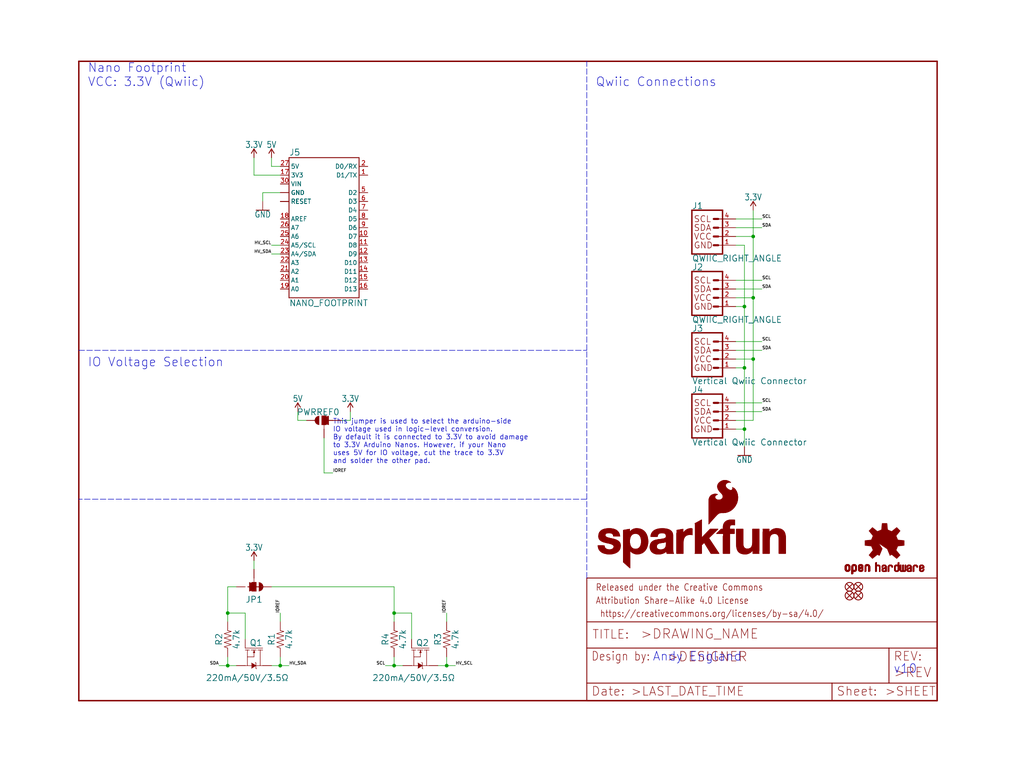
<source format=kicad_sch>
(kicad_sch (version 20211123) (generator eeschema)
  (paper "User" 297.002 224.511)
  (lib_symbols
    (symbol "eagleSchem-eagle-import:3.3V" (power)
      (property "Value" "3.3V" (at 0 2.794 0))
      (symbol "3.3V_1_0"
        (pin power_in line (at 0 0 90) (length 2.54) (name "3.3V") (number "1"))
      )
    )
    (symbol "eagleSchem-eagle-import:4.7KOHM-0603-1{slash}10W-1%"
      (property "Reference" "R" (at 0 1.524 0))
      (property "Value" "4.7KOHM-0603-1{slash}10W-1%" (at 0 -1.524 0))
      (symbol "4.7KOHM-0603-1{slash}10W-1%_1_0"
        (pin passive line (at -5.08 0 0) (length 2.54) (name "1") (number "1"))
        (pin passive line (at 5.08 0 180) (length 2.54) (name "2") (number "2"))
      )
    )
    (symbol "eagleSchem-eagle-import:5V" (power)
      (property "Value" "5V" (at 0 2.794 0))
      (symbol "5V_1_0"
        (pin power_in line (at 0 0 90) (length 2.54) (name "5V") (number "1"))
      )
    )
    (symbol "eagleSchem-eagle-import:FIDUCIAL1X2")
    (symbol "eagleSchem-eagle-import:FRAME-LETTER"
      (symbol "FRAME-LETTER_2_0"
        (text " https://creativecommons.org/licenses/by-sa/4.0/" (at 2.54 24.13 0) (effects (font (size 1.9304 1.6408)) (justify left bottom)))
        (text ">DESIGNER" (at 23.114 11.176 0) (effects (font (size 2.7432 2.7432)) (justify left bottom)))
        (text ">DRAWING_NAME" (at 15.494 17.78 0) (effects (font (size 2.7432 2.7432)) (justify left bottom)))
        (text ">LAST_DATE_TIME" (at 12.7 1.27 0) (effects (font (size 2.54 2.54)) (justify left bottom)))
        (text ">REV" (at 88.9 6.604 0) (effects (font (size 2.7432 2.7432)) (justify left bottom)))
        (text ">SHEET" (at 86.36 1.27 0) (effects (font (size 2.54 2.54)) (justify left bottom)))
        (text "Attribution Share-Alike 4.0 License" (at 2.54 27.94 0) (effects (font (size 1.9304 1.6408)) (justify left bottom)))
        (text "Date:" (at 1.27 1.27 0) (effects (font (size 2.54 2.54)) (justify left bottom)))
        (text "Design by:" (at 1.27 11.43 0) (effects (font (size 2.54 2.159)) (justify left bottom)))
        (text "Released under the Creative Commons" (at 2.54 31.75 0) (effects (font (size 1.9304 1.6408)) (justify left bottom)))
        (text "REV:" (at 88.9 11.43 0) (effects (font (size 2.54 2.54)) (justify left bottom)))
        (text "Sheet:" (at 72.39 1.27 0) (effects (font (size 2.54 2.54)) (justify left bottom)))
        (text "TITLE:" (at 1.524 17.78 0) (effects (font (size 2.54 2.54)) (justify left bottom)))
      )
    )
    (symbol "eagleSchem-eagle-import:GND" (power)
      (property "Value" "GND" (at 0 -0.254 0))
      (symbol "GND_1_0"
        (pin power_in line (at 0 2.54 270) (length 2.54) (name "GND") (number "1"))
      )
    )
    (symbol "eagleSchem-eagle-import:JUMPER-SMT_3_1-NC_TRACE_NO-SILK"
      (property "Reference" "JP" (at 2.54 0.381 0))
      (property "Value" "JUMPER-SMT_3_1-NC_TRACE_NO-SILK" (at 2.54 -0.381 0))
      (symbol "JUMPER-SMT_3_1-NC_TRACE_NO-SILK_1_0"
        (pin passive line (at 0 5.08 270) (length 2.54) (name "1") (number "1"))
        (pin passive line (at -5.08 0 0) (length 2.54) (name "2") (number "2"))
        (pin passive line (at 0 -5.08 90) (length 2.54) (name "3") (number "3"))
      )
    )
    (symbol "eagleSchem-eagle-import:JUMPER-SMT_3_2-NC_TRACE_NO-SILK"
      (property "Reference" "JP" (at 2.54 0.381 0))
      (property "Value" "JUMPER-SMT_3_2-NC_TRACE_NO-SILK" (at 2.54 -0.381 0))
      (symbol "JUMPER-SMT_3_2-NC_TRACE_NO-SILK_1_0"
        (pin passive line (at 0 5.08 270) (length 2.54) (name "1") (number "1"))
        (pin passive line (at -5.08 0 0) (length 2.54) (name "2") (number "2"))
        (pin passive line (at 0 -5.08 90) (length 2.54) (name "3") (number "3"))
      )
    )
    (symbol "eagleSchem-eagle-import:MOSFET-NCH-BSS138"
      (property "Reference" "Q" (at 5.08 0 0))
      (property "Value" "MOSFET-NCH-BSS138" (at 5.08 -2.54 0))
      (symbol "MOSFET-NCH-BSS138_1_0"
        (pin bidirectional line (at -5.08 -2.54 0) (length 2.54) (name "G") (number "1"))
        (pin bidirectional line (at 2.54 -5.08 90) (length 2.54) (name "S") (number "2"))
        (pin bidirectional line (at 2.54 5.08 270) (length 2.54) (name "D") (number "3"))
      )
    )
    (symbol "eagleSchem-eagle-import:NANO_FOOTPRINT"
      (property "Reference" "J" (at -10.16 23.368 0))
      (property "Value" "NANO_FOOTPRINT" (at -10.16 -20.32 0))
      (symbol "NANO_FOOTPRINT_1_0"
        (pin bidirectional line (at 12.7 17.78 180) (length 2.54) (name "D1/TX") (number "1"))
        (pin bidirectional line (at 12.7 0 180) (length 2.54) (name "D7") (number "10"))
        (pin bidirectional line (at 12.7 -2.54 180) (length 2.54) (name "D8") (number "11"))
        (pin bidirectional line (at 12.7 -5.08 180) (length 2.54) (name "D9") (number "12"))
        (pin bidirectional line (at 12.7 -7.62 180) (length 2.54) (name "D10") (number "13"))
        (pin bidirectional line (at 12.7 -10.16 180) (length 2.54) (name "D11") (number "14"))
        (pin bidirectional line (at 12.7 -12.7 180) (length 2.54) (name "D12") (number "15"))
        (pin bidirectional line (at 12.7 -15.24 180) (length 2.54) (name "D13") (number "16"))
        (pin bidirectional line (at -12.7 17.78 0) (length 2.54) (name "3V3") (number "17"))
        (pin bidirectional line (at -12.7 5.08 0) (length 2.54) (name "AREF") (number "18"))
        (pin bidirectional line (at -12.7 -15.24 0) (length 2.54) (name "A0") (number "19"))
        (pin bidirectional line (at 12.7 20.32 180) (length 2.54) (name "D0/RX") (number "2"))
        (pin bidirectional line (at -12.7 -12.7 0) (length 2.54) (name "A1") (number "20"))
        (pin bidirectional line (at -12.7 -10.16 0) (length 2.54) (name "A2") (number "21"))
        (pin bidirectional line (at -12.7 -7.62 0) (length 2.54) (name "A3") (number "22"))
        (pin bidirectional line (at -12.7 -5.08 0) (length 2.54) (name "A4/SDA") (number "23"))
        (pin bidirectional line (at -12.7 -2.54 0) (length 2.54) (name "A5/SCL") (number "24"))
        (pin bidirectional line (at -12.7 0 0) (length 2.54) (name "A6") (number "25"))
        (pin bidirectional line (at -12.7 2.54 0) (length 2.54) (name "A7") (number "26"))
        (pin bidirectional line (at -12.7 20.32 0) (length 2.54) (name "5V") (number "27"))
        (pin bidirectional line (at -12.7 10.16 0) (length 2.54) (name "RESET") (number "28"))
        (pin bidirectional line (at -12.7 12.7 0) (length 2.54) (name "GND") (number "29"))
        (pin bidirectional line (at -12.7 10.16 0) (length 2.54) (name "RESET") (number "3"))
        (pin bidirectional line (at -12.7 15.24 0) (length 2.54) (name "VIN") (number "30"))
        (pin bidirectional line (at -12.7 12.7 0) (length 2.54) (name "GND") (number "4"))
        (pin bidirectional line (at 12.7 12.7 180) (length 2.54) (name "D2") (number "5"))
        (pin bidirectional line (at 12.7 10.16 180) (length 2.54) (name "D3") (number "6"))
        (pin bidirectional line (at 12.7 7.62 180) (length 2.54) (name "D4") (number "7"))
        (pin bidirectional line (at 12.7 5.08 180) (length 2.54) (name "D5") (number "8"))
        (pin bidirectional line (at 12.7 2.54 180) (length 2.54) (name "D6") (number "9"))
      )
    )
    (symbol "eagleSchem-eagle-import:OSHW-LOGOS")
    (symbol "eagleSchem-eagle-import:QWIIC_CONNECTOR"
      (property "Reference" "J" (at -5.08 7.874 0))
      (property "Value" "QWIIC_CONNECTOR" (at -5.08 -5.334 0))
      (symbol "QWIIC_CONNECTOR_1_0"
        (text "GND" (at -4.572 -2.54 0) (effects (font (size 1.778 1.778)) (justify left)))
        (text "SCL" (at -4.572 5.08 0) (effects (font (size 1.778 1.778)) (justify left)))
        (text "SDA" (at -4.572 2.54 0) (effects (font (size 1.778 1.778)) (justify left)))
        (text "VCC" (at -4.572 0 0) (effects (font (size 1.778 1.778)) (justify left)))
        (pin power_in line (at 7.62 -2.54 180) (length 5.08) (name "1") (number "1"))
        (pin power_in line (at 7.62 0 180) (length 5.08) (name "2") (number "2"))
        (pin passive line (at 7.62 2.54 180) (length 5.08) (name "3") (number "3"))
        (pin passive line (at 7.62 5.08 180) (length 5.08) (name "4") (number "4"))
      )
    )
    (symbol "eagleSchem-eagle-import:QWIIC_CONNECTORJS-1MM"
      (property "Reference" "J" (at -5.08 7.874 0))
      (property "Value" "QWIIC_CONNECTORJS-1MM" (at -5.08 -5.334 0))
      (symbol "QWIIC_CONNECTORJS-1MM_1_0"
        (text "GND" (at -4.572 -2.54 0) (effects (font (size 1.778 1.778)) (justify left)))
        (text "SCL" (at -4.572 5.08 0) (effects (font (size 1.778 1.778)) (justify left)))
        (text "SDA" (at -4.572 2.54 0) (effects (font (size 1.778 1.778)) (justify left)))
        (text "VCC" (at -4.572 0 0) (effects (font (size 1.778 1.778)) (justify left)))
        (pin power_in line (at 7.62 -2.54 180) (length 5.08) (name "1") (number "1"))
        (pin power_in line (at 7.62 0 180) (length 5.08) (name "2") (number "2"))
        (pin passive line (at 7.62 2.54 180) (length 5.08) (name "3") (number "3"))
        (pin passive line (at 7.62 5.08 180) (length 5.08) (name "4") (number "4"))
      )
    )
    (symbol "eagleSchem-eagle-import:SFE_LOGO_NAME_FLAME.1_INCH")
  )
  (junction (at 218.44 68.58))
  (junction (at 66.04 177.8))
  (junction (at 129.54 193.04))
  (junction (at 66.04 193.04))
  (junction (at 215.9 124.46))
  (junction (at 215.9 88.9))
  (junction (at 218.44 86.36))
  (junction (at 114.3 177.8))
  (junction (at 114.3 193.04))
  (junction (at 215.9 106.68))
  (junction (at 218.44 104.14))
  (junction (at 81.28 193.04))
  (wire (pts (xy 129.54 193.04) (xy 132.08 193.04)))
  (wire (pts (xy 116.84 193.04) (xy 114.3 193.04)))
  (wire (pts (xy 213.36 101.6) (xy 220.98 101.6)))
  (wire (pts (xy 213.36 66.04) (xy 220.98 66.04)))
  (wire (pts (xy 114.3 170.18) (xy 114.3 177.8)))
  (wire (pts (xy 218.44 86.36) (xy 218.44 104.14)))
  (wire (pts (xy 101.6 121.92) (xy 101.6 119.38)))
  (wire (pts (xy 218.44 68.58) (xy 218.44 86.36)))
  (wire (pts (xy 78.74 48.26) (xy 78.74 45.72)))
  (wire (pts (xy 66.04 170.18) (xy 68.58 170.18)))
  (wire (pts (xy 114.3 193.04) (xy 111.76 193.04)))
  (wire (pts (xy 215.9 124.46) (xy 215.9 129.54)))
  (wire (pts (xy 213.36 116.84) (xy 220.98 116.84)))
  (wire (pts (xy 81.28 50.8) (xy 73.66 50.8)))
  (wire (pts (xy 213.36 63.5) (xy 220.98 63.5)))
  (wire (pts (xy 215.9 106.68) (xy 215.9 88.9)))
  (wire (pts (xy 215.9 106.68) (xy 213.36 106.68)))
  (wire (pts (xy 73.66 50.8) (xy 73.66 45.72)))
  (wire (pts (xy 213.36 99.06) (xy 220.98 99.06)))
  (wire (pts (xy 218.44 68.58) (xy 218.44 60.96)))
  (polyline (pts (xy 170.18 144.78) (xy 170.18 101.6)))
  (wire (pts (xy 114.3 180.34) (xy 114.3 177.8)))
  (wire (pts (xy 66.04 177.8) (xy 66.04 170.18)))
  (wire (pts (xy 81.28 55.88) (xy 76.2 55.88)))
  (wire (pts (xy 99.06 121.92) (xy 101.6 121.92)))
  (wire (pts (xy 81.28 48.26) (xy 78.74 48.26)))
  (wire (pts (xy 71.12 177.8) (xy 66.04 177.8)))
  (wire (pts (xy 78.74 170.18) (xy 114.3 170.18)))
  (wire (pts (xy 213.36 124.46) (xy 215.9 124.46)))
  (wire (pts (xy 76.2 55.88) (xy 76.2 58.42)))
  (wire (pts (xy 215.9 88.9) (xy 213.36 88.9)))
  (wire (pts (xy 81.28 193.04) (xy 83.82 193.04)))
  (wire (pts (xy 81.28 193.04) (xy 81.28 190.5)))
  (wire (pts (xy 93.98 127) (xy 93.98 137.16)))
  (wire (pts (xy 218.44 86.36) (xy 213.36 86.36)))
  (wire (pts (xy 119.38 185.42) (xy 119.38 177.8)))
  (wire (pts (xy 215.9 71.12) (xy 213.36 71.12)))
  (wire (pts (xy 213.36 81.28) (xy 220.98 81.28)))
  (polyline (pts (xy 22.86 101.6) (xy 170.18 101.6)))
  (wire (pts (xy 68.58 193.04) (xy 66.04 193.04)))
  (polyline (pts (xy 170.18 144.78) (xy 22.86 144.78)))
  (wire (pts (xy 73.66 162.56) (xy 73.66 165.1)))
  (wire (pts (xy 215.9 88.9) (xy 215.9 71.12)))
  (wire (pts (xy 93.98 137.16) (xy 96.52 137.16)))
  (wire (pts (xy 66.04 190.5) (xy 66.04 193.04)))
  (wire (pts (xy 86.36 121.92) (xy 86.36 119.38)))
  (wire (pts (xy 78.74 73.66) (xy 81.28 73.66)))
  (wire (pts (xy 218.44 104.14) (xy 218.44 121.92)))
  (wire (pts (xy 215.9 124.46) (xy 215.9 106.68)))
  (wire (pts (xy 218.44 104.14) (xy 213.36 104.14)))
  (wire (pts (xy 66.04 193.04) (xy 63.5 193.04)))
  (wire (pts (xy 129.54 193.04) (xy 129.54 190.5)))
  (wire (pts (xy 129.54 180.34) (xy 129.54 177.8)))
  (wire (pts (xy 78.74 193.04) (xy 81.28 193.04)))
  (wire (pts (xy 213.36 68.58) (xy 218.44 68.58)))
  (wire (pts (xy 81.28 71.12) (xy 78.74 71.12)))
  (polyline (pts (xy 170.18 167.64) (xy 170.18 144.78)))
  (wire (pts (xy 218.44 121.92) (xy 213.36 121.92)))
  (wire (pts (xy 213.36 83.82) (xy 220.98 83.82)))
  (wire (pts (xy 81.28 180.34) (xy 81.28 177.8)))
  (wire (pts (xy 88.9 121.92) (xy 86.36 121.92)))
  (wire (pts (xy 71.12 185.42) (xy 71.12 177.8)))
  (wire (pts (xy 114.3 190.5) (xy 114.3 193.04)))
  (wire (pts (xy 213.36 119.38) (xy 220.98 119.38)))
  (polyline (pts (xy 170.18 101.6) (xy 170.18 17.78)))
  (wire (pts (xy 127 193.04) (xy 129.54 193.04)))
  (wire (pts (xy 119.38 177.8) (xy 114.3 177.8)))
  (wire (pts (xy 66.04 180.34) (xy 66.04 177.8)))
  (text "Qwiic Connections" (at 172.72 25.4 180) (effects (font (size 2.54 2.54)) (justify left bottom)))
  (text "IO Voltage Selection" (at 25.4 106.68 180) (effects (font (size 2.54 2.54)) (justify left bottom)))
  (text "v10" (at 259.08 195.58 180) (effects (font (size 2.54 2.54)) (justify left bottom)))
  (text "This jumper is used to select the arduino-side\nIO voltage used in logic-level conversion.\nBy default it is connected to 3.3V to avoid damage\nto 3.3V Arduino Nanos. However, if your Nano\nuses 5V for IO voltage, cut the trace to 3.3V\nand solder the other pad." (at 96.52 134.62 0) (effects (font (size 1.4224 1.4224)) (justify left bottom)))
  (text "Andy England" (at 189.23 192.024 180) (effects (font (size 2.54 2.54)) (justify left bottom)))
  (text "Nano Footprint\nVCC: 3.3V (Qwiic)" (at 25.4 25.4 180) (effects (font (size 2.54 2.54)) (justify left bottom)))
  (label "HV_SDA" (at 78.74 73.66 180) (effects (font (size 0.889 0.889))))
  (label "SDA" (at 220.98 83.82 0) (effects (font (size 0.889 0.889))))
  (label "HV_SCL" (at 78.74 71.12 180) (effects (font (size 0.889 0.889))))
  (label "IOREF" (at 96.52 137.16 0) (effects (font (size 0.889 0.889))))
  (label "SCL" (at 220.98 99.06 0) (effects (font (size 0.889 0.889))))
  (label "HV_SDA" (at 83.82 193.04 0) (effects (font (size 0.889 0.889))))
  (label "SCL" (at 220.98 63.5 0) (effects (font (size 0.889 0.889))))
  (label "SCL" (at 111.76 193.04 180) (effects (font (size 0.889 0.889))))
  (label "SDA" (at 63.5 193.04 180) (effects (font (size 0.889 0.889))))
  (label "IOREF" (at 129.54 177.8 90) (effects (font (size 0.889 0.889))))
  (label "SCL" (at 220.98 81.28 0) (effects (font (size 0.889 0.889))))
  (label "SCL" (at 220.98 116.84 0) (effects (font (size 0.889 0.889))))
  (label "HV_SCL" (at 132.08 193.04 0) (effects (font (size 0.889 0.889))))
  (label "SDA" (at 220.98 119.38 0) (effects (font (size 0.889 0.889))))
  (label "SDA" (at 220.98 66.04 0) (effects (font (size 0.889 0.889))))
  (label "SDA" (at 220.98 101.6 0) (effects (font (size 0.889 0.889))))
  (label "IOREF" (at 81.28 177.8 90) (effects (font (size 0.889 0.889))))
  (symbol (lib_id "eagleSchem-eagle-import:QWIIC_CONNECTORJS-1MM") (at 205.74 86.36 0) (unit 1)
    (property "Reference" "J2" (at 200.66 78.486 0) (effects (font (size 1.778 1.778)) (justify left bottom)))
    (property "Value" "QWIIC_RIGHT_ANGLE" (at 200.66 91.694 0) (effects (font (size 1.778 1.778)) (justify left top)))
    (property "Footprint" "eagleSchem:JST04_1MM_RA" (effects hide))
  )
  (symbol (lib_id "eagleSchem-eagle-import:4.7KOHM-0603-1{slash}10W-1%") (at 114.3 185.42 90) (unit 1)
    (property "Reference" "R4" (at 112.776 185.42 0) (effects (font (size 1.778 1.778)) (justify bottom)))
    (property "Value" "4.7k" (at 115.824 185.42 0) (effects (font (size 1.778 1.778)) (justify top)))
    (property "Footprint" "eagleSchem:0603" (effects hide))
  )
  (symbol (lib_id "eagleSchem-eagle-import:FIDUCIAL1X2") (at 246.38 172.72 0) (unit 1)
    (property "Reference" "FD4" (effects hide))
    (property "Value" "FIDUCIAL1X2" (effects hide))
    (property "Footprint" "eagleSchem:FIDUCIAL-1X2" (effects hide))
  )
  (symbol (lib_id "eagleSchem-eagle-import:4.7KOHM-0603-1{slash}10W-1%") (at 81.28 185.42 90) (unit 1)
    (property "Reference" "R1" (at 79.756 185.42 0) (effects (font (size 1.778 1.778)) (justify bottom)))
    (property "Value" "4.7k" (at 82.804 185.42 0) (effects (font (size 1.778 1.778)) (justify top)))
    (property "Footprint" "eagleSchem:0603" (effects hide))
  )
  (symbol (lib_id "eagleSchem-eagle-import:MOSFET-NCH-BSS138") (at 73.66 190.5 270) (unit 1)
    (property "Reference" "Q1" (at 76.2 185.42 90) (effects (font (size 1.778 1.778)) (justify right top)))
    (property "Value" "220mA/50V/3.5Ω" (at 83.82 195.58 90) (effects (font (size 1.778 1.778)) (justify right top)))
    (property "Footprint" "eagleSchem:SOT23-3" (effects hide))
  )
  (symbol (lib_id "eagleSchem-eagle-import:4.7KOHM-0603-1{slash}10W-1%") (at 66.04 185.42 90) (unit 1)
    (property "Reference" "R2" (at 64.516 185.42 0) (effects (font (size 1.778 1.778)) (justify bottom)))
    (property "Value" "4.7k" (at 67.564 185.42 0) (effects (font (size 1.778 1.778)) (justify top)))
    (property "Footprint" "eagleSchem:0603" (effects hide))
  )
  (symbol (lib_id "eagleSchem-eagle-import:MOSFET-NCH-BSS138") (at 121.92 190.5 270) (unit 1)
    (property "Reference" "Q2" (at 124.46 185.42 90) (effects (font (size 1.778 1.778)) (justify right top)))
    (property "Value" "220mA/50V/3.5Ω" (at 132.08 195.58 90) (effects (font (size 1.778 1.778)) (justify right top)))
    (property "Footprint" "eagleSchem:SOT23-3" (effects hide))
  )
  (symbol (lib_id "eagleSchem-eagle-import:GND") (at 76.2 60.96 0) (unit 1)
    (property "Reference" "#GND1" (effects hide))
    (property "Value" "GND" (at 76.2 61.214 0) (effects (font (size 1.778 1.5113)) (justify top)))
    (property "Footprint" "eagleSchem:" (effects hide))
  )
  (symbol (lib_id "eagleSchem-eagle-import:QWIIC_CONNECTORJS-1MM") (at 205.74 68.58 0) (unit 1)
    (property "Reference" "J1" (at 200.66 60.706 0) (effects (font (size 1.778 1.778)) (justify left bottom)))
    (property "Value" "QWIIC_RIGHT_ANGLE" (at 200.66 73.914 0) (effects (font (size 1.778 1.778)) (justify left top)))
    (property "Footprint" "eagleSchem:JST04_1MM_RA" (effects hide))
  )
  (symbol (lib_id "eagleSchem-eagle-import:3.3V") (at 101.6 119.38 0) (unit 1)
    (property "Reference" "#SUPPLY6" (effects hide))
    (property "Value" "3.3V" (at 101.6 116.586 0) (effects (font (size 1.778 1.5113)) (justify bottom)))
    (property "Footprint" "eagleSchem:" (effects hide))
  )
  (symbol (lib_id "eagleSchem-eagle-import:OSHW-LOGOS") (at 256.54 157.48 0) (unit 1)
    (property "Reference" "LOGO1" (effects hide))
    (property "Value" "OSHW-LOGOS" (effects hide))
    (property "Footprint" "eagleSchem:OSHW-LOGO-S" (effects hide))
  )
  (symbol (lib_id "eagleSchem-eagle-import:5V") (at 78.74 45.72 0) (unit 1)
    (property "Reference" "#SUPPLY2" (effects hide))
    (property "Value" "5V" (at 78.74 42.926 0) (effects (font (size 1.778 1.5113)) (justify bottom)))
    (property "Footprint" "eagleSchem:" (effects hide))
  )
  (symbol (lib_id "eagleSchem-eagle-import:GND") (at 215.9 132.08 0) (unit 1)
    (property "Reference" "#GND2" (effects hide))
    (property "Value" "GND" (at 215.9 132.334 0) (effects (font (size 1.778 1.5113)) (justify top)))
    (property "Footprint" "eagleSchem:" (effects hide))
  )
  (symbol (lib_id "eagleSchem-eagle-import:3.3V") (at 218.44 60.96 0) (unit 1)
    (property "Reference" "#SUPPLY3" (effects hide))
    (property "Value" "3.3V" (at 218.44 58.166 0) (effects (font (size 1.778 1.5113)) (justify bottom)))
    (property "Footprint" "eagleSchem:" (effects hide))
  )
  (symbol (lib_id "eagleSchem-eagle-import:FIDUCIAL1X2") (at 246.38 170.18 0) (unit 1)
    (property "Reference" "FD1" (effects hide))
    (property "Value" "FIDUCIAL1X2" (effects hide))
    (property "Footprint" "eagleSchem:FIDUCIAL-1X2" (effects hide))
  )
  (symbol (lib_id "eagleSchem-eagle-import:5V") (at 86.36 119.38 0) (unit 1)
    (property "Reference" "#SUPPLY5" (effects hide))
    (property "Value" "5V" (at 86.36 116.586 0) (effects (font (size 1.778 1.5113)) (justify bottom)))
    (property "Footprint" "eagleSchem:" (effects hide))
  )
  (symbol (lib_id "eagleSchem-eagle-import:QWIIC_CONNECTOR") (at 205.74 104.14 0) (unit 1)
    (property "Reference" "J3" (at 200.66 96.266 0) (effects (font (size 1.778 1.778)) (justify left bottom)))
    (property "Value" "Vertical Qwiic Connector" (at 200.66 109.474 0) (effects (font (size 1.778 1.778)) (justify left top)))
    (property "Footprint" "eagleSchem:JST04_1MM_VERT" (effects hide))
  )
  (symbol (lib_id "eagleSchem-eagle-import:JUMPER-SMT_3_1-NC_TRACE_NO-SILK") (at 93.98 121.92 90) (unit 1)
    (property "Reference" "PWRREF0" (at 98.552 118.491 90) (effects (font (size 1.778 1.778)) (justify left bottom)))
    (property "Value" "JUMPER-SMT_3_1-NC_TRACE_NO-SILK" (effects hide))
    (property "Footprint" "eagleSchem:SMT-JUMPER_3_1-NC_TRACE_NO-SILK" (effects hide))
  )
  (symbol (lib_id "eagleSchem-eagle-import:3.3V") (at 73.66 162.56 0) (unit 1)
    (property "Reference" "#SUPPLY4" (effects hide))
    (property "Value" "3.3V" (at 73.66 159.766 0) (effects (font (size 1.778 1.5113)) (justify bottom)))
    (property "Footprint" "eagleSchem:" (effects hide))
  )
  (symbol (lib_id "eagleSchem-eagle-import:JUMPER-SMT_3_2-NC_TRACE_NO-SILK") (at 73.66 170.18 270) (unit 1)
    (property "Reference" "JP1" (at 71.12 174.879 90) (effects (font (size 1.778 1.778)) (justify left bottom)))
    (property "Value" "JUMPER-SMT_3_2-NC_TRACE_NO-SILK" (effects hide))
    (property "Footprint" "eagleSchem:SMT-JUMPER_3_2-NC_TRACE_NO-SILK" (effects hide))
  )
  (symbol (lib_id "eagleSchem-eagle-import:FRAME-LETTER") (at 170.18 203.2 0) (unit 2)
    (property "Reference" "FRAME1" (effects hide))
    (property "Value" "FRAME-LETTER" (effects hide))
    (property "Footprint" "eagleSchem:CREATIVE_COMMONS" (effects hide))
  )
  (symbol (lib_id "eagleSchem-eagle-import:QWIIC_CONNECTOR") (at 205.74 121.92 0) (unit 1)
    (property "Reference" "J4" (at 200.66 114.046 0) (effects (font (size 1.778 1.778)) (justify left bottom)))
    (property "Value" "Vertical Qwiic Connector" (at 200.66 127.254 0) (effects (font (size 1.778 1.778)) (justify left top)))
    (property "Footprint" "eagleSchem:JST04_1MM_VERT" (effects hide))
  )
  (symbol (lib_id "eagleSchem-eagle-import:SFE_LOGO_NAME_FLAME.1_INCH") (at 172.72 165.1 0) (unit 1)
    (property "Reference" "LOGO2" (effects hide))
    (property "Value" "SFE_LOGO_NAME_FLAME.1_INCH" (effects hide))
    (property "Footprint" "eagleSchem:SFE_LOGO_NAME_FLAME_.1" (effects hide))
  )
  (symbol (lib_id "eagleSchem-eagle-import:FIDUCIAL1X2") (at 248.92 170.18 0) (unit 1)
    (property "Reference" "FD2" (effects hide))
    (property "Value" "FIDUCIAL1X2" (effects hide))
    (property "Footprint" "eagleSchem:FIDUCIAL-1X2" (effects hide))
  )
  (symbol (lib_id "eagleSchem-eagle-import:SFE_LOGO_NAME_FLAME.1_INCH") (at 172.72 165.1 0) (unit 1)
    (property "Reference" "LOGO3" (effects hide))
    (property "Value" "SFE_LOGO_NAME_FLAME.1_INCH" (effects hide))
    (property "Footprint" "eagleSchem:SFE_LOGO_NAME_FLAME_.1" (effects hide))
  )
  (symbol (lib_id "eagleSchem-eagle-import:FRAME-LETTER") (at 22.86 203.2 0) (unit 1)
    (property "Reference" "FRAME1" (effects hide))
    (property "Value" "FRAME-LETTER" (effects hide))
    (property "Footprint" "eagleSchem:CREATIVE_COMMONS" (effects hide))
  )
  (symbol (lib_id "eagleSchem-eagle-import:3.3V") (at 73.66 45.72 0) (unit 1)
    (property "Reference" "#SUPPLY1" (effects hide))
    (property "Value" "3.3V" (at 73.66 42.926 0) (effects (font (size 1.778 1.5113)) (justify bottom)))
    (property "Footprint" "eagleSchem:" (effects hide))
  )
  (symbol (lib_id "eagleSchem-eagle-import:4.7KOHM-0603-1{slash}10W-1%") (at 129.54 185.42 90) (unit 1)
    (property "Reference" "R3" (at 128.016 185.42 0) (effects (font (size 1.778 1.778)) (justify bottom)))
    (property "Value" "4.7k" (at 131.064 185.42 0) (effects (font (size 1.778 1.778)) (justify top)))
    (property "Footprint" "eagleSchem:0603" (effects hide))
  )
  (symbol (lib_id "eagleSchem-eagle-import:FIDUCIAL1X2") (at 248.92 172.72 0) (unit 1)
    (property "Reference" "FD3" (effects hide))
    (property "Value" "FIDUCIAL1X2" (effects hide))
    (property "Footprint" "eagleSchem:FIDUCIAL-1X2" (effects hide))
  )
  (symbol (lib_id "eagleSchem-eagle-import:NANO_FOOTPRINT") (at 93.98 68.58 0) (unit 1)
    (property "Reference" "J5" (at 83.82 45.212 0) (effects (font (size 1.778 1.778)) (justify left bottom)))
    (property "Value" "NANO_FOOTPRINT" (at 83.82 88.9 0) (effects (font (size 1.778 1.778)) (justify left bottom)))
    (property "Footprint" "eagleSchem:NANO" (effects hide))
  )
)
</source>
